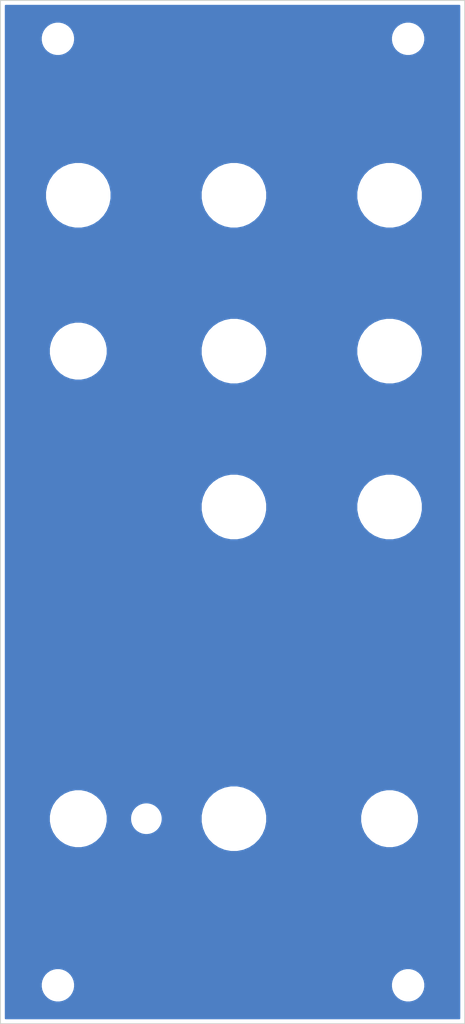
<source format=kicad_pcb>
(kicad_pcb (version 20171130) (host pcbnew 5.1.6-c6e7f7d~86~ubuntu20.04.1)

  (general
    (thickness 1.6)
    (drawings 21)
    (tracks 0)
    (zones 0)
    (modules 16)
    (nets 1)
  )

  (page A4)
  (title_block
    (title Bass++)
    (date 2019-10-17)
    (rev 01)
    (comment 1 "Original design by Thomas Henry")
    (comment 2 "PCB for panel")
    (comment 4 "License CC BY 4.0 - Attribution 4.0 International")
  )

  (layers
    (0 F.Cu signal)
    (31 B.Cu signal)
    (32 B.Adhes user)
    (33 F.Adhes user)
    (34 B.Paste user)
    (35 F.Paste user)
    (36 B.SilkS user)
    (37 F.SilkS user)
    (38 B.Mask user)
    (39 F.Mask user)
    (40 Dwgs.User user)
    (41 Cmts.User user)
    (42 Eco1.User user)
    (43 Eco2.User user)
    (44 Edge.Cuts user)
    (45 Margin user)
    (46 B.CrtYd user)
    (47 F.CrtYd user)
    (48 B.Fab user)
    (49 F.Fab user)
  )

  (setup
    (last_trace_width 0.25)
    (user_trace_width 0.762)
    (trace_clearance 0.2)
    (zone_clearance 0.508)
    (zone_45_only no)
    (trace_min 0.2)
    (via_size 0.8)
    (via_drill 0.4)
    (via_min_size 0.4)
    (via_min_drill 0.3)
    (uvia_size 0.3)
    (uvia_drill 0.1)
    (uvias_allowed no)
    (uvia_min_size 0.2)
    (uvia_min_drill 0.1)
    (edge_width 0.05)
    (segment_width 0.2)
    (pcb_text_width 0.3)
    (pcb_text_size 1.5 1.5)
    (mod_edge_width 0.12)
    (mod_text_size 1 1)
    (mod_text_width 0.15)
    (pad_size 3.2 3.2)
    (pad_drill 3.2)
    (pad_to_mask_clearance 0.051)
    (solder_mask_min_width 0.25)
    (aux_axis_origin 0 0)
    (visible_elements 7FFFFFFF)
    (pcbplotparams
      (layerselection 0x010fc_ffffffff)
      (usegerberextensions false)
      (usegerberattributes false)
      (usegerberadvancedattributes false)
      (creategerberjobfile false)
      (excludeedgelayer true)
      (linewidth 0.100000)
      (plotframeref false)
      (viasonmask false)
      (mode 1)
      (useauxorigin false)
      (hpglpennumber 1)
      (hpglpenspeed 20)
      (hpglpendiameter 15.000000)
      (psnegative false)
      (psa4output false)
      (plotreference true)
      (plotvalue true)
      (plotinvisibletext false)
      (padsonsilk false)
      (subtractmaskfromsilk false)
      (outputformat 1)
      (mirror false)
      (drillshape 0)
      (scaleselection 1)
      (outputdirectory "gerbers"))
  )

  (net 0 "")

  (net_class Default "This is the default net class."
    (clearance 0.2)
    (trace_width 0.25)
    (via_dia 0.8)
    (via_drill 0.4)
    (uvia_dia 0.3)
    (uvia_drill 0.1)
  )

  (module MountingHole:MountingHole_3.2mm_M3 (layer F.Cu) (tedit 56D1B4CB) (tstamp 5DA8C20E)
    (at 78.62 153.8)
    (descr "Mounting Hole 3.2mm, no annular, M3")
    (tags "mounting hole 3.2mm no annular m3")
    (attr virtual)
    (fp_text reference REF** (at 0 -4.2) (layer F.SilkS) hide
      (effects (font (size 1 1) (thickness 0.15)))
    )
    (fp_text value MountingHole_3.2mm_M3 (at 0 4.2) (layer F.Fab) hide
      (effects (font (size 1 1) (thickness 0.15)))
    )
    (fp_text user %R (at 0.3 0) (layer F.Fab) hide
      (effects (font (size 1 1) (thickness 0.15)))
    )
    (fp_circle (center 0 0) (end 3.2 0) (layer Cmts.User) (width 0.15))
    (fp_circle (center 0 0) (end 3.45 0) (layer F.CrtYd) (width 0.05))
    (pad 1 np_thru_hole circle (at 0 0) (size 3.2 3.2) (drill 3.2) (layers *.Cu *.Mask))
  )

  (module MountingHole:MountingHole_3.2mm_M3 (layer F.Cu) (tedit 56D1B4CB) (tstamp 5DA8C1F8)
    (at 32.9 153.8)
    (descr "Mounting Hole 3.2mm, no annular, M3")
    (tags "mounting hole 3.2mm no annular m3")
    (attr virtual)
    (fp_text reference REF** (at 0 -4.2) (layer F.SilkS) hide
      (effects (font (size 1 1) (thickness 0.15)))
    )
    (fp_text value MountingHole_3.2mm_M3 (at 0 4.2) (layer F.Fab) hide
      (effects (font (size 1 1) (thickness 0.15)))
    )
    (fp_text user %R (at 0.3 0) (layer F.Fab) hide
      (effects (font (size 1 1) (thickness 0.15)))
    )
    (fp_circle (center 0 0) (end 3.2 0) (layer Cmts.User) (width 0.15))
    (fp_circle (center 0 0) (end 3.45 0) (layer F.CrtYd) (width 0.05))
    (pad 1 np_thru_hole circle (at 0 0) (size 3.2 3.2) (drill 3.2) (layers *.Cu *.Mask))
  )

  (module MountingHole:MountingHole_3.2mm_M3 (layer F.Cu) (tedit 56D1B4CB) (tstamp 5DA8C1E2)
    (at 78.62 30.4)
    (descr "Mounting Hole 3.2mm, no annular, M3")
    (tags "mounting hole 3.2mm no annular m3")
    (attr virtual)
    (fp_text reference REF** (at 0 -4.2) (layer F.SilkS) hide
      (effects (font (size 1 1) (thickness 0.15)))
    )
    (fp_text value MountingHole_3.2mm_M3 (at 0 4.2) (layer F.Fab) hide
      (effects (font (size 1 1) (thickness 0.15)))
    )
    (fp_text user %R (at 0.3 0) (layer F.Fab) hide
      (effects (font (size 1 1) (thickness 0.15)))
    )
    (fp_circle (center 0 0) (end 3.2 0) (layer Cmts.User) (width 0.15))
    (fp_circle (center 0 0) (end 3.45 0) (layer F.CrtYd) (width 0.05))
    (pad 1 np_thru_hole circle (at 0 0) (size 3.2 3.2) (drill 3.2) (layers *.Cu *.Mask))
  )

  (module MountingHole:MountingHole_3.2mm_M3 (layer F.Cu) (tedit 56D1B4CB) (tstamp 5DA8C1CC)
    (at 32.9 30.4)
    (descr "Mounting Hole 3.2mm, no annular, M3")
    (tags "mounting hole 3.2mm no annular m3")
    (attr virtual)
    (fp_text reference REF** (at 0 -4.2) (layer F.SilkS) hide
      (effects (font (size 1 1) (thickness 0.15)))
    )
    (fp_text value MountingHole_3.2mm_M3 (at 0 4.2) (layer F.Fab) hide
      (effects (font (size 1 1) (thickness 0.15)))
    )
    (fp_text user %R (at 0.3 0) (layer F.Fab) hide
      (effects (font (size 1 1) (thickness 0.15)))
    )
    (fp_circle (center 0 0) (end 3.2 0) (layer Cmts.User) (width 0.15))
    (fp_circle (center 0 0) (end 3.45 0) (layer F.CrtYd) (width 0.05))
    (pad 1 np_thru_hole circle (at 0 0) (size 3.2 3.2) (drill 3.2) (layers *.Cu *.Mask))
  )

  (module elektrophon:LED_Monitor (layer F.Cu) (tedit 5DE4F2C0) (tstamp 5DA4EE4A)
    (at 44.45 132.08)
    (descr "Imported from LED Monitor.svg")
    (tags svg2mod)
    (zone_connect 2)
    (attr smd)
    (fp_text reference svg2mod (at 0 -5.054774) (layer F.SilkS) hide
      (effects (font (size 1.524 1.524) (thickness 0.3048)))
    )
    (fp_text value G*** (at 0 5.054774) (layer F.SilkS) hide
      (effects (font (size 1.524 1.524) (thickness 0.3048)))
    )
    (fp_circle (center 0 0) (end 1 0) (layer B.Mask) (width 2))
    (fp_circle (center 0 0) (end 1 0) (layer F.Mask) (width 2))
  )

  (module elektrophon:panel_jack (layer F.Cu) (tedit 5DA46DDA) (tstamp 5D954750)
    (at 76.2 132.08)
    (descr "Mounting Hole 8.4mm, no annular, M8")
    (tags "mounting hole 8.4mm no annular m8")
    (path /5D6B2132)
    (attr virtual)
    (fp_text reference H12 (at 0 -9.4) (layer F.SilkS) hide
      (effects (font (size 1 1) (thickness 0.15)))
    )
    (fp_text value out (at 0 9.144) (layer F.Mask) hide
      (effects (font (size 2 1.4) (thickness 0.25)))
    )
    (fp_text user %R (at 0.3 0) (layer F.Fab) hide
      (effects (font (size 1 1) (thickness 0.15)))
    )
    (fp_circle (center 0 0) (end 4 0) (layer Cmts.User) (width 0.15))
    (fp_circle (center 0 0) (end 4.2 0) (layer F.CrtYd) (width 0.05))
    (pad "" np_thru_hole circle (at 0 0) (size 6.4 6.4) (drill 6.4) (layers *.Cu *.Mask))
    (model "${KIPRJMOD}/../../../lib/kicad/models/PJ301M-12 Thonkiconn v0.2.stp"
      (offset (xyz 0 0.8 -10.5))
      (scale (xyz 1 1 1))
      (rotate (xyz 0 0 0))
    )
  )

  (module elektrophon:panel_potentiometer (layer F.Cu) (tedit 5EE650CE) (tstamp 5D954748)
    (at 76.2 91.44)
    (descr "Mounting Hole 8.4mm, no annular, M8")
    (tags "mounting hole 8.4mm no annular m8")
    (path /5D6BE698)
    (attr virtual)
    (fp_text reference H11 (at 0 -9.4) (layer F.SilkS) hide
      (effects (font (size 1 1) (thickness 0.15)))
    )
    (fp_text value "impact volume" (at 0 9.144) (layer F.Mask) hide
      (effects (font (size 2 1.4) (thickness 0.25)))
    )
    (fp_text user %R (at 0.3 0) (layer F.Fab) hide
      (effects (font (size 1 1) (thickness 0.15)))
    )
    (fp_circle (center 0 0) (end 6.35 0) (layer Cmts.User) (width 0.15))
    (fp_circle (center 0 0) (end 6.6 0) (layer F.CrtYd) (width 0.05))
    (pad "" np_thru_hole circle (at 0 0) (size 7.4 7.4) (drill 7.4) (layers *.Cu *.Mask))
    (model ${KIPRJMOD}/../../../lib/kicad/models/ALPHA-RD901F-40.step
      (offset (xyz 0 0.5 -12))
      (scale (xyz 1 1 1))
      (rotate (xyz 0 0 0))
    )
  )

  (module elektrophon:panel_potentiometer (layer F.Cu) (tedit 5EE650CE) (tstamp 5D954740)
    (at 76.2 71.12)
    (descr "Mounting Hole 8.4mm, no annular, M8")
    (tags "mounting hole 8.4mm no annular m8")
    (path /5D950E06)
    (attr virtual)
    (fp_text reference H10 (at 0 -9.4) (layer F.SilkS) hide
      (effects (font (size 1 1) (thickness 0.15)))
    )
    (fp_text value pitch (at 0 9.144) (layer F.Mask) hide
      (effects (font (size 2 1.4) (thickness 0.25)))
    )
    (fp_text user %R (at 0.3 0) (layer F.Fab) hide
      (effects (font (size 1 1) (thickness 0.15)))
    )
    (fp_circle (center 0 0) (end 6.35 0) (layer Cmts.User) (width 0.15))
    (fp_circle (center 0 0) (end 6.6 0) (layer F.CrtYd) (width 0.05))
    (pad "" np_thru_hole circle (at 0 0) (size 7.4 7.4) (drill 7.4) (layers *.Cu *.Mask))
    (model ${KIPRJMOD}/../../../lib/kicad/models/ALPHA-RD901F-40.step
      (offset (xyz 0 0.5 -12))
      (scale (xyz 1 1 1))
      (rotate (xyz 0 0 0))
    )
  )

  (module elektrophon:panel_potentiometer (layer F.Cu) (tedit 5EE650CE) (tstamp 5D954738)
    (at 76.2 50.8)
    (descr "Mounting Hole 8.4mm, no annular, M8")
    (tags "mounting hole 8.4mm no annular m8")
    (path /5D6B930A)
    (attr virtual)
    (fp_text reference H9 (at 0 -9.4) (layer F.SilkS) hide
      (effects (font (size 1 1) (thickness 0.15)))
    )
    (fp_text value "shell volume" (at 0 9.144) (layer F.Mask) hide
      (effects (font (size 2 1.4) (thickness 0.25)))
    )
    (fp_text user %R (at 0.3 0) (layer F.Fab) hide
      (effects (font (size 1 1) (thickness 0.15)))
    )
    (fp_circle (center 0 0) (end 6.35 0) (layer Cmts.User) (width 0.15))
    (fp_circle (center 0 0) (end 6.6 0) (layer F.CrtYd) (width 0.05))
    (pad "" np_thru_hole circle (at 0 0) (size 7.4 7.4) (drill 7.4) (layers *.Cu *.Mask))
    (model ${KIPRJMOD}/../../../lib/kicad/models/ALPHA-RD901F-40.step
      (offset (xyz 0 0.5 -12))
      (scale (xyz 1 1 1))
      (rotate (xyz 0 0 0))
    )
  )

  (module elektrophon:panel_potentiometer (layer F.Cu) (tedit 5EE650CE) (tstamp 5D95472A)
    (at 55.88 132.08)
    (descr "Mounting Hole 8.4mm, no annular, M8")
    (tags "mounting hole 8.4mm no annular m8")
    (path /5D6B92F8)
    (attr virtual)
    (fp_text reference H7 (at 0 -9.4) (layer F.SilkS) hide
      (effects (font (size 1 1) (thickness 0.15)))
    )
    (fp_text value sensitivity (at 0 9.144) (layer F.Mask) hide
      (effects (font (size 2 1.4) (thickness 0.25)))
    )
    (fp_text user %R (at 0.3 0) (layer F.Fab) hide
      (effects (font (size 1 1) (thickness 0.15)))
    )
    (fp_circle (center 0 0) (end 6.35 0) (layer Cmts.User) (width 0.15))
    (fp_circle (center 0 0) (end 6.6 0) (layer F.CrtYd) (width 0.05))
    (pad "" np_thru_hole circle (at 0 0) (size 7.4 7.4) (drill 7.4) (layers *.Cu *.Mask))
    (model ${KIPRJMOD}/../../../lib/kicad/models/ALPHA-RD901F-40.step
      (offset (xyz 0 0.5 -12))
      (scale (xyz 1 1 1))
      (rotate (xyz 0 0 0))
    )
  )

  (module elektrophon:panel_potentiometer (layer F.Cu) (tedit 5EE650CE) (tstamp 5D954722)
    (at 55.88 91.44)
    (descr "Mounting Hole 8.4mm, no annular, M8")
    (tags "mounting hole 8.4mm no annular m8")
    (path /5D6BE446)
    (attr virtual)
    (fp_text reference H6 (at 0 -9.4) (layer F.SilkS) hide
      (effects (font (size 1 1) (thickness 0.15)))
    )
    (fp_text value "impact tone" (at 0 9.144) (layer F.Mask) hide
      (effects (font (size 2 1.4) (thickness 0.25)))
    )
    (fp_text user %R (at 0.3 0) (layer F.Fab) hide
      (effects (font (size 1 1) (thickness 0.15)))
    )
    (fp_circle (center 0 0) (end 6.35 0) (layer Cmts.User) (width 0.15))
    (fp_circle (center 0 0) (end 6.6 0) (layer F.CrtYd) (width 0.05))
    (pad "" np_thru_hole circle (at 0 0) (size 7.4 7.4) (drill 7.4) (layers *.Cu *.Mask))
    (model ${KIPRJMOD}/../../../lib/kicad/models/ALPHA-RD901F-40.step
      (offset (xyz 0 0.5 -12))
      (scale (xyz 1 1 1))
      (rotate (xyz 0 0 0))
    )
  )

  (module elektrophon:panel_potentiometer (layer F.Cu) (tedit 5EE650CE) (tstamp 5D95471A)
    (at 55.88 71.12)
    (descr "Mounting Hole 8.4mm, no annular, M8")
    (tags "mounting hole 8.4mm no annular m8")
    (path /5D6B9304)
    (attr virtual)
    (fp_text reference H5 (at 0 -9.4) (layer F.SilkS) hide
      (effects (font (size 1 1) (thickness 0.15)))
    )
    (fp_text value range (at 0 9.144) (layer F.Mask) hide
      (effects (font (size 2 1.4) (thickness 0.25)))
    )
    (fp_text user %R (at 0.3 0) (layer F.Fab) hide
      (effects (font (size 1 1) (thickness 0.15)))
    )
    (fp_circle (center 0 0) (end 6.35 0) (layer Cmts.User) (width 0.15))
    (fp_circle (center 0 0) (end 6.6 0) (layer F.CrtYd) (width 0.05))
    (pad "" np_thru_hole circle (at 0 0) (size 7.4 7.4) (drill 7.4) (layers *.Cu *.Mask))
    (model ${KIPRJMOD}/../../../lib/kicad/models/ALPHA-RD901F-40.step
      (offset (xyz 0 0.5 -12))
      (scale (xyz 1 1 1))
      (rotate (xyz 0 0 0))
    )
  )

  (module elektrophon:panel_potentiometer (layer F.Cu) (tedit 5EE650CE) (tstamp 5D954712)
    (at 55.88 50.8)
    (descr "Mounting Hole 8.4mm, no annular, M8")
    (tags "mounting hole 8.4mm no annular m8")
    (path /5D6B255D)
    (attr virtual)
    (fp_text reference H4 (at 0 -9.4) (layer F.SilkS) hide
      (effects (font (size 1 1) (thickness 0.15)))
    )
    (fp_text value sweep (at 0 9.144) (layer F.Mask) hide
      (effects (font (size 2 1.4) (thickness 0.25)))
    )
    (fp_text user %R (at 0.3 0) (layer F.Fab) hide
      (effects (font (size 1 1) (thickness 0.15)))
    )
    (fp_circle (center 0 0) (end 6.35 0) (layer Cmts.User) (width 0.15))
    (fp_circle (center 0 0) (end 6.6 0) (layer F.CrtYd) (width 0.05))
    (pad "" np_thru_hole circle (at 0 0) (size 7.4 7.4) (drill 7.4) (layers *.Cu *.Mask))
    (model ${KIPRJMOD}/../../../lib/kicad/models/ALPHA-RD901F-40.step
      (offset (xyz 0 0.5 -12))
      (scale (xyz 1 1 1))
      (rotate (xyz 0 0 0))
    )
  )

  (module elektrophon:panel_potentiometer (layer F.Cu) (tedit 5EE650CE) (tstamp 5D95470A)
    (at 35.56 50.8)
    (descr "Mounting Hole 8.4mm, no annular, M8")
    (tags "mounting hole 8.4mm no annular m8")
    (path /5D6B7DC0)
    (attr virtual)
    (fp_text reference H3 (at 0 -9.4) (layer F.SilkS) hide
      (effects (font (size 1 1) (thickness 0.15)))
    )
    (fp_text value decay (at 0 9.144) (layer F.Mask) hide
      (effects (font (size 2 1.4) (thickness 0.25)))
    )
    (fp_text user %R (at 0.3 0) (layer F.Fab) hide
      (effects (font (size 1 1) (thickness 0.15)))
    )
    (fp_circle (center 0 0) (end 6.35 0) (layer Cmts.User) (width 0.15))
    (fp_circle (center 0 0) (end 6.6 0) (layer F.CrtYd) (width 0.05))
    (pad "" np_thru_hole circle (at 0 0) (size 7.4 7.4) (drill 7.4) (layers *.Cu *.Mask))
    (model ${KIPRJMOD}/../../../lib/kicad/models/ALPHA-RD901F-40.step
      (offset (xyz 0 0.5 -12))
      (scale (xyz 1 1 1))
      (rotate (xyz 0 0 0))
    )
  )

  (module elektrophon:panel_jack (layer F.Cu) (tedit 5DA46DDA) (tstamp 5D954702)
    (at 35.56 132.08)
    (descr "Mounting Hole 8.4mm, no annular, M8")
    (tags "mounting hole 8.4mm no annular m8")
    (path /5D6B7A0D)
    (attr virtual)
    (fp_text reference H2 (at 0 -9.4) (layer F.SilkS) hide
      (effects (font (size 1 1) (thickness 0.15)))
    )
    (fp_text value trigger (at 0 9.144) (layer F.Mask) hide
      (effects (font (size 2 1.4) (thickness 0.25)))
    )
    (fp_text user %R (at 0.3 0) (layer F.Fab) hide
      (effects (font (size 1 1) (thickness 0.15)))
    )
    (fp_circle (center 0 0) (end 4 0) (layer Cmts.User) (width 0.15))
    (fp_circle (center 0 0) (end 4.2 0) (layer F.CrtYd) (width 0.05))
    (pad "" np_thru_hole circle (at 0 0) (size 6.4 6.4) (drill 6.4) (layers *.Cu *.Mask))
    (model "${KIPRJMOD}/../../../lib/kicad/models/PJ301M-12 Thonkiconn v0.2.stp"
      (offset (xyz 0 0.8 -10.5))
      (scale (xyz 1 1 1))
      (rotate (xyz 0 0 0))
    )
  )

  (module elektrophon:panel_jack (layer F.Cu) (tedit 5DA46DDA) (tstamp 5D9546FA)
    (at 35.56 71.12)
    (descr "Mounting Hole 8.4mm, no annular, M8")
    (tags "mounting hole 8.4mm no annular m8")
    (path /5D6B818F)
    (attr virtual)
    (fp_text reference H1 (at 0 -9.4) (layer F.SilkS) hide
      (effects (font (size 1 1) (thickness 0.15)))
    )
    (fp_text value cv (at 0 9.144) (layer F.Mask) hide
      (effects (font (size 2 1.4) (thickness 0.25)))
    )
    (fp_text user %R (at 0.3 0) (layer F.Fab) hide
      (effects (font (size 1 1) (thickness 0.15)))
    )
    (fp_circle (center 0 0) (end 4 0) (layer Cmts.User) (width 0.15))
    (fp_circle (center 0 0) (end 4.2 0) (layer F.CrtYd) (width 0.05))
    (pad "" np_thru_hole circle (at 0 0) (size 6.4 6.4) (drill 6.4) (layers *.Cu *.Mask))
    (model "${KIPRJMOD}/../../../lib/kicad/models/PJ301M-12 Thonkiconn v0.2.stp"
      (offset (xyz 0 0.8 -10.5))
      (scale (xyz 1 1 1))
      (rotate (xyz 0 0 0))
    )
  )

  (gr_line (start 76.2 91.44) (end 55.88 91.44) (layer F.Mask) (width 0.12) (tstamp 5DA8BAB7))
  (gr_text out (at 76.2 141.23) (layer F.Mask) (tstamp 5DA4A364)
    (effects (font (size 2 1.4) (thickness 0.25)))
  )
  (gr_text sens (at 55.88 141.23) (layer F.Mask) (tstamp 5DA4A364)
    (effects (font (size 2 1.4) (thickness 0.25)))
  )
  (gr_text gate (at 35.56 141.23) (layer F.Mask) (tstamp 5DA4A364)
    (effects (font (size 2 1.4) (thickness 0.25)))
  )
  (gr_text impact (at 55.88 100.59) (layer F.Mask) (tstamp 5DA4A364)
    (effects (font (size 2 1.4) (thickness 0.25)))
  )
  (gr_text vol (at 76.2 100.59) (layer F.Mask) (tstamp 5DA4A364)
    (effects (font (size 2 1.4) (thickness 0.25)))
  )
  (gr_text pitch (at 76.2 80.27) (layer F.Mask) (tstamp 5DA4A364)
    (effects (font (size 2 1.4) (thickness 0.25)))
  )
  (gr_text range (at 55.88 80.27) (layer F.Mask) (tstamp 5DA4A364)
    (effects (font (size 2 1.4) (thickness 0.25)))
  )
  (gr_text cv (at 35.56 80.27) (layer F.Mask) (tstamp 5DA4A364)
    (effects (font (size 2 1.4) (thickness 0.25)))
  )
  (gr_text vol (at 76.2 59.95) (layer F.Mask) (tstamp 5DA4A364)
    (effects (font (size 2 1.4) (thickness 0.25)))
  )
  (gr_text sweep (at 55.88 59.95) (layer F.Mask) (tstamp 5DA4A364)
    (effects (font (size 2 1.4) (thickness 0.25)))
  )
  (gr_text decay (at 35.56 59.95) (layer F.Mask)
    (effects (font (size 2 1.4) (thickness 0.25)))
  )
  (gr_line (start 35.56 132.08) (end 55.88 132.08) (layer F.Mask) (width 0.12))
  (gr_line (start 76.2 71.12) (end 35.56 71.12) (layer F.Mask) (width 0.12))
  (gr_line (start 35.56 50.8) (end 76.2 50.8) (layer F.Mask) (width 0.12))
  (gr_text R01 (at 70.104 153.924) (layer F.Cu)
    (effects (font (size 2 1.4) (thickness 0.25)))
  )
  (gr_text bass++ (at 55.7 30.48) (layer F.Mask)
    (effects (font (size 3 3) (thickness 0.35)))
  )
  (gr_line (start 86 158.8) (end 25.4 158.8) (layer Edge.Cuts) (width 0.12))
  (gr_line (start 86 25.4) (end 86 158.8) (layer Edge.Cuts) (width 0.12))
  (gr_line (start 25.4 25.4) (end 25.4 158.8) (layer Edge.Cuts) (width 0.12))
  (gr_line (start 25.4 25.4) (end 86 25.4) (layer Edge.Cuts) (width 0.12))

  (zone (net 0) (net_name "") (layer B.Cu) (tstamp 5DAC7900) (hatch edge 0.508)
    (connect_pads (clearance 0.508))
    (min_thickness 0.254)
    (fill yes (arc_segments 32) (thermal_gap 0.508) (thermal_bridge_width 0.508))
    (polygon
      (pts
        (xy 25.42 25.42) (xy 85.99 25.39) (xy 86.02 158.78) (xy 25.42 158.85)
      )
    )
    (filled_polygon
      (pts
        (xy 85.305001 158.105) (xy 26.095 158.105) (xy 26.095 153.579872) (xy 30.665 153.579872) (xy 30.665 154.020128)
        (xy 30.75089 154.451925) (xy 30.919369 154.858669) (xy 31.163962 155.224729) (xy 31.475271 155.536038) (xy 31.841331 155.780631)
        (xy 32.248075 155.94911) (xy 32.679872 156.035) (xy 33.120128 156.035) (xy 33.551925 155.94911) (xy 33.958669 155.780631)
        (xy 34.324729 155.536038) (xy 34.636038 155.224729) (xy 34.880631 154.858669) (xy 35.04911 154.451925) (xy 35.135 154.020128)
        (xy 35.135 153.579872) (xy 76.385 153.579872) (xy 76.385 154.020128) (xy 76.47089 154.451925) (xy 76.639369 154.858669)
        (xy 76.883962 155.224729) (xy 77.195271 155.536038) (xy 77.561331 155.780631) (xy 77.968075 155.94911) (xy 78.399872 156.035)
        (xy 78.840128 156.035) (xy 79.271925 155.94911) (xy 79.678669 155.780631) (xy 80.044729 155.536038) (xy 80.356038 155.224729)
        (xy 80.600631 154.858669) (xy 80.76911 154.451925) (xy 80.855 154.020128) (xy 80.855 153.579872) (xy 80.76911 153.148075)
        (xy 80.600631 152.741331) (xy 80.356038 152.375271) (xy 80.044729 152.063962) (xy 79.678669 151.819369) (xy 79.271925 151.65089)
        (xy 78.840128 151.565) (xy 78.399872 151.565) (xy 77.968075 151.65089) (xy 77.561331 151.819369) (xy 77.195271 152.063962)
        (xy 76.883962 152.375271) (xy 76.639369 152.741331) (xy 76.47089 153.148075) (xy 76.385 153.579872) (xy 35.135 153.579872)
        (xy 35.04911 153.148075) (xy 34.880631 152.741331) (xy 34.636038 152.375271) (xy 34.324729 152.063962) (xy 33.958669 151.819369)
        (xy 33.551925 151.65089) (xy 33.120128 151.565) (xy 32.679872 151.565) (xy 32.248075 151.65089) (xy 31.841331 151.819369)
        (xy 31.475271 152.063962) (xy 31.163962 152.375271) (xy 30.919369 152.741331) (xy 30.75089 153.148075) (xy 30.665 153.579872)
        (xy 26.095 153.579872) (xy 26.095 131.702285) (xy 31.725 131.702285) (xy 31.725 132.457715) (xy 31.872377 133.198628)
        (xy 32.161467 133.896554) (xy 32.581161 134.52467) (xy 33.11533 135.058839) (xy 33.743446 135.478533) (xy 34.441372 135.767623)
        (xy 35.182285 135.915) (xy 35.937715 135.915) (xy 36.678628 135.767623) (xy 37.376554 135.478533) (xy 38.00467 135.058839)
        (xy 38.538839 134.52467) (xy 38.958533 133.896554) (xy 39.247623 133.198628) (xy 39.395 132.457715) (xy 39.395 132.076313)
        (xy 42.32301 132.076313) (xy 42.32381 132.139313) (xy 42.323926 132.143348) (xy 42.326726 132.206248) (xy 42.326969 132.210279)
        (xy 42.331769 132.273079) (xy 42.33214 132.277093) (xy 42.33894 132.339793) (xy 42.339417 132.343637) (xy 42.348117 132.406037)
        (xy 42.348744 132.410065) (xy 42.359444 132.472165) (xy 42.360208 132.476204) (xy 42.372908 132.537904) (xy 42.373756 132.541725)
        (xy 42.388356 132.603025) (xy 42.389333 132.606862) (xy 42.405833 132.667662) (xy 42.406946 132.671522) (xy 42.425346 132.731722)
        (xy 42.426561 132.735485) (xy 42.446861 132.795185) (xy 42.448261 132.799092) (xy 42.470461 132.857992) (xy 42.471862 132.861545)
        (xy 42.495862 132.919845) (xy 42.497429 132.923491) (xy 42.523229 132.980991) (xy 42.525028 132.984827) (xy 42.552728 133.041427)
        (xy 42.554485 133.044883) (xy 42.583885 133.100583) (xy 42.585748 133.103984) (xy 42.616848 133.158784) (xy 42.619008 133.162446)
        (xy 42.651908 133.216146) (xy 42.653944 133.21936) (xy 42.688444 133.27206) (xy 42.690733 133.275438) (xy 42.726933 133.327038)
        (xy 42.7293 133.3303) (xy 42.7671 133.3807) (xy 42.769471 133.383762) (xy 42.808771 133.432962) (xy 42.811418 133.436168)
        (xy 42.852318 133.484068) (xy 42.854873 133.486969) (xy 42.897273 133.533669) (xy 42.900096 133.536679) (xy 42.943896 133.581879)
        (xy 42.946617 133.584603) (xy 42.991817 133.628503) (xy 42.99483 133.631336) (xy 43.04143 133.673736) (xy 43.044432 133.676382)
        (xy 43.092332 133.717282) (xy 43.095415 133.719831) (xy 43.144615 133.759231) (xy 43.147671 133.761603) (xy 43.198071 133.799503)
        (xy 43.201367 133.8019) (xy 43.252867 133.8381) (xy 43.256199 133.840364) (xy 43.308899 133.874964) (xy 43.312254 133.877092)
        (xy 43.365954 133.909992) (xy 43.369377 133.912016) (xy 43.424077 133.943216) (xy 43.42756 133.945131) (xy 43.48326 133.974631)
        (xy 43.486873 133.976472) (xy 43.543473 134.004172) (xy 43.547066 134.005861) (xy 43.604466 134.031761) (xy 43.608355 134.033438)
        (xy 43.666655 134.057438) (xy 43.670032 134.058772) (xy 43.728932 134.081072) (xy 43.732953 134.082518) (xy 43.792553 134.102818)
        (xy 43.79625 134.104014) (xy 43.85655 134.122514) (xy 43.86035 134.123616) (xy 43.92115 134.140216) (xy 43.92513 134.141233)
        (xy 43.98633 134.155833) (xy 43.990236 134.1567) (xy 44.052036 134.1694) (xy 44.055806 134.170116) (xy 44.117806 134.180916)
        (xy 44.121865 134.181556) (xy 44.184265 134.190356) (xy 44.188307 134.19086) (xy 44.251007 134.19766) (xy 44.255021 134.198031)
        (xy 44.317821 134.202831) (xy 44.321651 134.203065) (xy 44.384551 134.205965) (xy 44.388586 134.206087) (xy 44.451586 134.206987)
        (xy 44.4674 134.20553) (xy 44.48553 134.206736) (xy 44.54853 134.204736) (xy 44.55256 134.204544) (xy 44.61546 134.200544)
        (xy 44.619298 134.200241) (xy 44.681998 134.194341) (xy 44.686224 134.193872) (xy 44.748724 134.185872) (xy 44.752366 134.185352)
        (xy 44.814566 134.175552) (xy 44.818776 134.174816) (xy 44.880676 134.162916) (xy 44.884506 134.162119) (xy 44.946006 134.148319)
        (xy 44.949855 134.147392) (xy 45.010855 134.131692) (xy 45.014675 134.130645) (xy 45.075175 134.113045) (xy 45.079013 134.111862)
        (xy 45.138913 134.092362) (xy 45.142775 134.091036) (xy 45.201975 134.069636) (xy 45.205723 134.068214) (xy 45.264323 134.044914)
        (xy 45.267987 134.04339) (xy 45.325787 134.01829) (xy 45.329402 134.016653) (xy 45.386402 133.989753) (xy 45.389964 133.988003)
        (xy 45.445964 133.959403) (xy 45.44962 133.95746) (xy 45.50482 133.92696) (xy 45.508117 133.925073) (xy 45.562317 133.892973)
        (xy 45.56594 133.890745) (xy 45.61904 133.856845) (xy 45.622213 133.854752) (xy 45.674313 133.819252) (xy 45.677606 133.816931)
        (xy 45.728506 133.779831) (xy 45.731726 133.777404) (xy 45.781426 133.738704) (xy 45.784445 133.736279) (xy 45.832945 133.696079)
        (xy 45.836099 133.693376) (xy 45.883299 133.651576) (xy 45.886242 133.648887) (xy 45.932042 133.605687) (xy 45.935004 133.6028)
        (xy 45.979404 133.5581) (xy 45.981976 133.555434) (xy 46.025076 133.509434) (xy 46.027952 133.506259) (xy 46.069452 133.458859)
        (xy 46.071859 133.456027) (xy 46.111959 133.407427) (xy 46.114551 133.404179) (xy 46.153051 133.354279) (xy 46.155392 133.351146)
        (xy 46.192292 133.300146) (xy 46.194759 133.296611) (xy 46.229959 133.244311) (xy 46.231977 133.241217) (xy 46.265577 133.188017)
        (xy 46.267666 133.184592) (xy 46.299666 133.130192) (xy 46.301747 133.126515) (xy 46.331847 133.071215) (xy 46.333568 133.06794)
        (xy 46.362068 133.01174) (xy 46.363921 133.007929) (xy 46.390521 132.950829) (xy 46.392069 132.947374) (xy 46.416969 132.889474)
        (xy 46.41852 132.8857) (xy 46.44152 132.8271) (xy 46.442974 132.82321) (xy 46.464074 132.76381) (xy 46.465299 132.760189)
        (xy 46.484599 132.700189) (xy 46.485806 132.696216) (xy 46.503106 132.635716) (xy 46.504101 132.632028) (xy 46.519601 132.570928)
        (xy 46.520556 132.566888) (xy 46.534056 132.505288) (xy 46.534863 132.501298) (xy 46.546363 132.439398) (xy 46.546988 132.435738)
        (xy 46.556688 132.373438) (xy 46.557271 132.36923) (xy 46.564871 132.30673) (xy 46.565278 132.302898) (xy 46.570978 132.240198)
        (xy 46.571281 132.236158) (xy 46.574981 132.173258) (xy 46.575154 132.169226) (xy 46.576854 132.106226) (xy 46.576899 132.102195)
        (xy 46.576599 132.039195) (xy 46.576515 132.035167) (xy 46.574215 131.972167) (xy 46.574018 131.968339) (xy 46.569818 131.905439)
        (xy 46.569482 131.901383) (xy 46.563282 131.838783) (xy 46.562821 131.834779) (xy 46.554621 131.772279) (xy 46.554026 131.768248)
        (xy 46.543826 131.706048) (xy 46.543134 131.702198) (xy 46.53351 131.65304) (xy 51.545 131.65304) (xy 51.545 132.50696)
        (xy 51.711592 133.344473) (xy 52.038373 134.133392) (xy 52.512786 134.843401) (xy 53.116599 135.447214) (xy 53.826608 135.921627)
        (xy 54.615527 136.248408) (xy 55.45304 136.415) (xy 56.30696 136.415) (xy 57.144473 136.248408) (xy 57.933392 135.921627)
        (xy 58.643401 135.447214) (xy 59.247214 134.843401) (xy 59.721627 134.133392) (xy 60.048408 133.344473) (xy 60.215 132.50696)
        (xy 60.215 131.702285) (xy 72.365 131.702285) (xy 72.365 132.457715) (xy 72.512377 133.198628) (xy 72.801467 133.896554)
        (xy 73.221161 134.52467) (xy 73.75533 135.058839) (xy 74.383446 135.478533) (xy 75.081372 135.767623) (xy 75.822285 135.915)
        (xy 76.577715 135.915) (xy 77.318628 135.767623) (xy 78.016554 135.478533) (xy 78.64467 135.058839) (xy 79.178839 134.52467)
        (xy 79.598533 133.896554) (xy 79.887623 133.198628) (xy 80.035 132.457715) (xy 80.035 131.702285) (xy 79.887623 130.961372)
        (xy 79.598533 130.263446) (xy 79.178839 129.63533) (xy 78.64467 129.101161) (xy 78.016554 128.681467) (xy 77.318628 128.392377)
        (xy 76.577715 128.245) (xy 75.822285 128.245) (xy 75.081372 128.392377) (xy 74.383446 128.681467) (xy 73.75533 129.101161)
        (xy 73.221161 129.63533) (xy 72.801467 130.263446) (xy 72.512377 130.961372) (xy 72.365 131.702285) (xy 60.215 131.702285)
        (xy 60.215 131.65304) (xy 60.048408 130.815527) (xy 59.721627 130.026608) (xy 59.247214 129.316599) (xy 58.643401 128.712786)
        (xy 57.933392 128.238373) (xy 57.144473 127.911592) (xy 56.30696 127.745) (xy 55.45304 127.745) (xy 54.615527 127.911592)
        (xy 53.826608 128.238373) (xy 53.116599 128.712786) (xy 52.512786 129.316599) (xy 52.038373 130.026608) (xy 51.711592 130.815527)
        (xy 51.545 131.65304) (xy 46.53351 131.65304) (xy 46.531034 131.640398) (xy 46.530222 131.636567) (xy 46.516222 131.575167)
        (xy 46.515245 131.571178) (xy 46.499245 131.510178) (xy 46.498165 131.506314) (xy 46.480265 131.445914) (xy 46.479063 131.442081)
        (xy 46.459263 131.382281) (xy 46.458007 131.378669) (xy 46.436407 131.319469) (xy 46.434919 131.31559) (xy 46.411419 131.25719)
        (xy 46.409836 131.253432) (xy 46.384436 131.195732) (xy 46.38286 131.192291) (xy 46.35576 131.135391) (xy 46.353915 131.131675)
        (xy 46.325015 131.075775) (xy 46.323142 131.072287) (xy 46.292442 131.017187) (xy 46.290402 131.013659) (xy 46.258002 130.959659)
        (xy 46.255903 130.956283) (xy 46.221803 130.903283) (xy 46.219636 130.900025) (xy 46.183936 130.848125) (xy 46.181669 130.844936)
        (xy 46.144369 130.794136) (xy 46.141757 130.790703) (xy 46.102757 130.741203) (xy 46.100415 130.738318) (xy 46.060015 130.690018)
        (xy 46.057298 130.686876) (xy 46.015298 130.639876) (xy 46.012594 130.636944) (xy 45.969194 130.591344) (xy 45.966396 130.588495)
        (xy 45.921496 130.544195) (xy 45.918609 130.541435) (xy 45.872409 130.498635) (xy 45.869544 130.496061) (xy 45.822044 130.454661)
        (xy 45.818867 130.451982) (xy 45.770067 130.412182) (xy 45.766931 130.409705) (xy 45.716831 130.371405) (xy 45.713555 130.368983)
        (xy 45.662355 130.332383) (xy 45.659179 130.330185) (xy 45.606779 130.295085) (xy 45.603446 130.292927) (xy 45.550046 130.259527)
        (xy 45.546403 130.257332) (xy 45.491903 130.225732) (xy 45.488675 130.223923) (xy 45.433275 130.193923) (xy 45.429677 130.192048)
        (xy 45.373377 130.163848) (xy 45.369644 130.162054) (xy 45.312344 130.135654) (xy 45.308618 130.134009) (xy 45.250618 130.109509)
        (xy 45.247182 130.108116) (xy 45.188482 130.085316) (xy 45.184589 130.083877) (xy 45.125089 130.062977) (xy 45.12134 130.061726)
        (xy 45.06134 130.042726) (xy 45.057437 130.041558) (xy 44.996737 130.024458) (xy 44.99277 130.023409) (xy 44.93167 130.008309)
        (xy 44.928003 130.007461) (xy 44.866403 129.994161) (xy 44.862372 129.993358) (xy 44.800372 129.982058) (xy 44.796351 129.981392)
        (xy 44.734051 129.972092) (xy 44.730209 129.971578) (xy 44.667609 129.964178) (xy 44.66358 129.963767) (xy 44.60078 129.958367)
        (xy 44.596755 129.958085) (xy 44.533855 129.954685) (xy 44.530023 129.954536) (xy 44.467023 129.953036) (xy 44.462791 129.953006)
        (xy 44.399791 129.953606) (xy 44.395956 129.9537) (xy 44.333056 129.9562) (xy 44.329023 129.956425) (xy 44.266223 129.960925)
        (xy 44.262204 129.961277) (xy 44.199504 129.967777) (xy 44.195459 129.968262) (xy 44.133059 129.976762) (xy 44.129256 129.977339)
        (xy 44.067056 129.987739) (xy 44.063016 129.988482) (xy 44.001216 130.000882) (xy 43.997348 130.001721) (xy 43.936048 130.016021)
        (xy 43.932064 130.017018) (xy 43.871164 130.033318) (xy 43.867488 130.034362) (xy 43.807188 130.052462) (xy 43.803237 130.053718)
        (xy 43.743437 130.073818) (xy 43.739706 130.075138) (xy 43.680706 130.097038) (xy 43.677143 130.098421) (xy 43.618743 130.122121)
        (xy 43.614846 130.123779) (xy 43.557346 130.149379) (xy 43.553821 130.151014) (xy 43.497021 130.178414) (xy 43.493316 130.180276)
        (xy 43.437516 130.209476) (xy 43.434108 130.211326) (xy 43.379208 130.242226) (xy 43.375774 130.24423) (xy 43.321874 130.27683)
        (xy 43.318507 130.278939) (xy 43.265607 130.313239) (xy 43.262128 130.315578) (xy 43.210428 130.351578) (xy 43.207382 130.353766)
        (xy 43.156782 130.391266) (xy 43.153457 130.393816) (xy 43.104057 130.433016) (xy 43.100965 130.43555) (xy 43.052865 130.47625)
        (xy 43.049964 130.478782) (xy 43.003164 130.520882) (xy 43.000027 130.523801) (xy 42.954627 130.567501) (xy 42.951995 130.570109)
        (xy 42.907895 130.615109) (xy 42.905048 130.61811) (xy 42.862448 130.66451) (xy 42.859888 130.667385) (xy 42.818688 130.715085)
        (xy 42.816024 130.718273) (xy 42.776424 130.767273) (xy 42.77394 130.770449) (xy 42.73594 130.820649) (xy 42.733652 130.823769)
        (xy 42.697152 130.875169) (xy 42.694844 130.878533) (xy 42.660044 130.931033) (xy 42.657843 130.934471) (xy 42.624743 130.988071)
        (xy 42.622794 130.991335) (xy 42.591294 131.045935) (xy 42.58928 131.049562) (xy 42.55958 131.105162) (xy 42.557767 131.108689)
        (xy 42.529867 131.165089) (xy 42.528201 131.168589) (xy 42.502001 131.225889) (xy 42.500305 131.229768) (xy 42.476005 131.287968)
        (xy 42.474587 131.291512) (xy 42.452087 131.350312) (xy 42.450689 131.35415) (xy 42.430089 131.41365) (xy 42.428874 131.417342)
        (xy 42.410074 131.477542) (xy 42.408902 131.481524) (xy 42.392102 131.542224) (xy 42.391104 131.546058) (xy 42.376204 131.607258)
        (xy 42.375328 131.611116) (xy 42.362328 131.672816) (xy 42.361553 131.676814) (xy 42.350553 131.738814) (xy 42.349929 131.742673)
        (xy 42.340829 131.805073) (xy 42.340309 131.809088) (xy 42.333209 131.871688) (xy 42.332817 131.87572) (xy 42.327717 131.93852)
        (xy 42.327454 131.942548) (xy 42.324354 132.005448) (xy 42.324223 132.009281) (xy 42.323023 132.072281) (xy 42.32301 132.076313)
        (xy 39.395 132.076313) (xy 39.395 131.702285) (xy 39.247623 130.961372) (xy 38.958533 130.263446) (xy 38.538839 129.63533)
        (xy 38.00467 129.101161) (xy 37.376554 128.681467) (xy 36.678628 128.392377) (xy 35.937715 128.245) (xy 35.182285 128.245)
        (xy 34.441372 128.392377) (xy 33.743446 128.681467) (xy 33.11533 129.101161) (xy 32.581161 129.63533) (xy 32.161467 130.263446)
        (xy 31.872377 130.961372) (xy 31.725 131.702285) (xy 26.095 131.702285) (xy 26.095 91.01304) (xy 51.545 91.01304)
        (xy 51.545 91.86696) (xy 51.711592 92.704473) (xy 52.038373 93.493392) (xy 52.512786 94.203401) (xy 53.116599 94.807214)
        (xy 53.826608 95.281627) (xy 54.615527 95.608408) (xy 55.45304 95.775) (xy 56.30696 95.775) (xy 57.144473 95.608408)
        (xy 57.933392 95.281627) (xy 58.643401 94.807214) (xy 59.247214 94.203401) (xy 59.721627 93.493392) (xy 60.048408 92.704473)
        (xy 60.215 91.86696) (xy 60.215 91.01304) (xy 71.865 91.01304) (xy 71.865 91.86696) (xy 72.031592 92.704473)
        (xy 72.358373 93.493392) (xy 72.832786 94.203401) (xy 73.436599 94.807214) (xy 74.146608 95.281627) (xy 74.935527 95.608408)
        (xy 75.77304 95.775) (xy 76.62696 95.775) (xy 77.464473 95.608408) (xy 78.253392 95.281627) (xy 78.963401 94.807214)
        (xy 79.567214 94.203401) (xy 80.041627 93.493392) (xy 80.368408 92.704473) (xy 80.535 91.86696) (xy 80.535 91.01304)
        (xy 80.368408 90.175527) (xy 80.041627 89.386608) (xy 79.567214 88.676599) (xy 78.963401 88.072786) (xy 78.253392 87.598373)
        (xy 77.464473 87.271592) (xy 76.62696 87.105) (xy 75.77304 87.105) (xy 74.935527 87.271592) (xy 74.146608 87.598373)
        (xy 73.436599 88.072786) (xy 72.832786 88.676599) (xy 72.358373 89.386608) (xy 72.031592 90.175527) (xy 71.865 91.01304)
        (xy 60.215 91.01304) (xy 60.048408 90.175527) (xy 59.721627 89.386608) (xy 59.247214 88.676599) (xy 58.643401 88.072786)
        (xy 57.933392 87.598373) (xy 57.144473 87.271592) (xy 56.30696 87.105) (xy 55.45304 87.105) (xy 54.615527 87.271592)
        (xy 53.826608 87.598373) (xy 53.116599 88.072786) (xy 52.512786 88.676599) (xy 52.038373 89.386608) (xy 51.711592 90.175527)
        (xy 51.545 91.01304) (xy 26.095 91.01304) (xy 26.095 70.742285) (xy 31.725 70.742285) (xy 31.725 71.497715)
        (xy 31.872377 72.238628) (xy 32.161467 72.936554) (xy 32.581161 73.56467) (xy 33.11533 74.098839) (xy 33.743446 74.518533)
        (xy 34.441372 74.807623) (xy 35.182285 74.955) (xy 35.937715 74.955) (xy 36.678628 74.807623) (xy 37.376554 74.518533)
        (xy 38.00467 74.098839) (xy 38.538839 73.56467) (xy 38.958533 72.936554) (xy 39.247623 72.238628) (xy 39.395 71.497715)
        (xy 39.395 70.742285) (xy 39.385205 70.69304) (xy 51.545 70.69304) (xy 51.545 71.54696) (xy 51.711592 72.384473)
        (xy 52.038373 73.173392) (xy 52.512786 73.883401) (xy 53.116599 74.487214) (xy 53.826608 74.961627) (xy 54.615527 75.288408)
        (xy 55.45304 75.455) (xy 56.30696 75.455) (xy 57.144473 75.288408) (xy 57.933392 74.961627) (xy 58.643401 74.487214)
        (xy 59.247214 73.883401) (xy 59.721627 73.173392) (xy 60.048408 72.384473) (xy 60.215 71.54696) (xy 60.215 70.69304)
        (xy 71.865 70.69304) (xy 71.865 71.54696) (xy 72.031592 72.384473) (xy 72.358373 73.173392) (xy 72.832786 73.883401)
        (xy 73.436599 74.487214) (xy 74.146608 74.961627) (xy 74.935527 75.288408) (xy 75.77304 75.455) (xy 76.62696 75.455)
        (xy 77.464473 75.288408) (xy 78.253392 74.961627) (xy 78.963401 74.487214) (xy 79.567214 73.883401) (xy 80.041627 73.173392)
        (xy 80.368408 72.384473) (xy 80.535 71.54696) (xy 80.535 70.69304) (xy 80.368408 69.855527) (xy 80.041627 69.066608)
        (xy 79.567214 68.356599) (xy 78.963401 67.752786) (xy 78.253392 67.278373) (xy 77.464473 66.951592) (xy 76.62696 66.785)
        (xy 75.77304 66.785) (xy 74.935527 66.951592) (xy 74.146608 67.278373) (xy 73.436599 67.752786) (xy 72.832786 68.356599)
        (xy 72.358373 69.066608) (xy 72.031592 69.855527) (xy 71.865 70.69304) (xy 60.215 70.69304) (xy 60.048408 69.855527)
        (xy 59.721627 69.066608) (xy 59.247214 68.356599) (xy 58.643401 67.752786) (xy 57.933392 67.278373) (xy 57.144473 66.951592)
        (xy 56.30696 66.785) (xy 55.45304 66.785) (xy 54.615527 66.951592) (xy 53.826608 67.278373) (xy 53.116599 67.752786)
        (xy 52.512786 68.356599) (xy 52.038373 69.066608) (xy 51.711592 69.855527) (xy 51.545 70.69304) (xy 39.385205 70.69304)
        (xy 39.247623 70.001372) (xy 38.958533 69.303446) (xy 38.538839 68.67533) (xy 38.00467 68.141161) (xy 37.376554 67.721467)
        (xy 36.678628 67.432377) (xy 35.937715 67.285) (xy 35.182285 67.285) (xy 34.441372 67.432377) (xy 33.743446 67.721467)
        (xy 33.11533 68.141161) (xy 32.581161 68.67533) (xy 32.161467 69.303446) (xy 31.872377 70.001372) (xy 31.725 70.742285)
        (xy 26.095 70.742285) (xy 26.095 50.37304) (xy 31.225 50.37304) (xy 31.225 51.22696) (xy 31.391592 52.064473)
        (xy 31.718373 52.853392) (xy 32.192786 53.563401) (xy 32.796599 54.167214) (xy 33.506608 54.641627) (xy 34.295527 54.968408)
        (xy 35.13304 55.135) (xy 35.98696 55.135) (xy 36.824473 54.968408) (xy 37.613392 54.641627) (xy 38.323401 54.167214)
        (xy 38.927214 53.563401) (xy 39.401627 52.853392) (xy 39.728408 52.064473) (xy 39.895 51.22696) (xy 39.895 50.37304)
        (xy 51.545 50.37304) (xy 51.545 51.22696) (xy 51.711592 52.064473) (xy 52.038373 52.853392) (xy 52.512786 53.563401)
        (xy 53.116599 54.167214) (xy 53.826608 54.641627) (xy 54.615527 54.968408) (xy 55.45304 55.135) (xy 56.30696 55.135)
        (xy 57.144473 54.968408) (xy 57.933392 54.641627) (xy 58.643401 54.167214) (xy 59.247214 53.563401) (xy 59.721627 52.853392)
        (xy 60.048408 52.064473) (xy 60.215 51.22696) (xy 60.215 50.37304) (xy 71.865 50.37304) (xy 71.865 51.22696)
        (xy 72.031592 52.064473) (xy 72.358373 52.853392) (xy 72.832786 53.563401) (xy 73.436599 54.167214) (xy 74.146608 54.641627)
        (xy 74.935527 54.968408) (xy 75.77304 55.135) (xy 76.62696 55.135) (xy 77.464473 54.968408) (xy 78.253392 54.641627)
        (xy 78.963401 54.167214) (xy 79.567214 53.563401) (xy 80.041627 52.853392) (xy 80.368408 52.064473) (xy 80.535 51.22696)
        (xy 80.535 50.37304) (xy 80.368408 49.535527) (xy 80.041627 48.746608) (xy 79.567214 48.036599) (xy 78.963401 47.432786)
        (xy 78.253392 46.958373) (xy 77.464473 46.631592) (xy 76.62696 46.465) (xy 75.77304 46.465) (xy 74.935527 46.631592)
        (xy 74.146608 46.958373) (xy 73.436599 47.432786) (xy 72.832786 48.036599) (xy 72.358373 48.746608) (xy 72.031592 49.535527)
        (xy 71.865 50.37304) (xy 60.215 50.37304) (xy 60.048408 49.535527) (xy 59.721627 48.746608) (xy 59.247214 48.036599)
        (xy 58.643401 47.432786) (xy 57.933392 46.958373) (xy 57.144473 46.631592) (xy 56.30696 46.465) (xy 55.45304 46.465)
        (xy 54.615527 46.631592) (xy 53.826608 46.958373) (xy 53.116599 47.432786) (xy 52.512786 48.036599) (xy 52.038373 48.746608)
        (xy 51.711592 49.535527) (xy 51.545 50.37304) (xy 39.895 50.37304) (xy 39.728408 49.535527) (xy 39.401627 48.746608)
        (xy 38.927214 48.036599) (xy 38.323401 47.432786) (xy 37.613392 46.958373) (xy 36.824473 46.631592) (xy 35.98696 46.465)
        (xy 35.13304 46.465) (xy 34.295527 46.631592) (xy 33.506608 46.958373) (xy 32.796599 47.432786) (xy 32.192786 48.036599)
        (xy 31.718373 48.746608) (xy 31.391592 49.535527) (xy 31.225 50.37304) (xy 26.095 50.37304) (xy 26.095 30.179872)
        (xy 30.665 30.179872) (xy 30.665 30.620128) (xy 30.75089 31.051925) (xy 30.919369 31.458669) (xy 31.163962 31.824729)
        (xy 31.475271 32.136038) (xy 31.841331 32.380631) (xy 32.248075 32.54911) (xy 32.679872 32.635) (xy 33.120128 32.635)
        (xy 33.551925 32.54911) (xy 33.958669 32.380631) (xy 34.324729 32.136038) (xy 34.636038 31.824729) (xy 34.880631 31.458669)
        (xy 35.04911 31.051925) (xy 35.135 30.620128) (xy 35.135 30.179872) (xy 76.385 30.179872) (xy 76.385 30.620128)
        (xy 76.47089 31.051925) (xy 76.639369 31.458669) (xy 76.883962 31.824729) (xy 77.195271 32.136038) (xy 77.561331 32.380631)
        (xy 77.968075 32.54911) (xy 78.399872 32.635) (xy 78.840128 32.635) (xy 79.271925 32.54911) (xy 79.678669 32.380631)
        (xy 80.044729 32.136038) (xy 80.356038 31.824729) (xy 80.600631 31.458669) (xy 80.76911 31.051925) (xy 80.855 30.620128)
        (xy 80.855 30.179872) (xy 80.76911 29.748075) (xy 80.600631 29.341331) (xy 80.356038 28.975271) (xy 80.044729 28.663962)
        (xy 79.678669 28.419369) (xy 79.271925 28.25089) (xy 78.840128 28.165) (xy 78.399872 28.165) (xy 77.968075 28.25089)
        (xy 77.561331 28.419369) (xy 77.195271 28.663962) (xy 76.883962 28.975271) (xy 76.639369 29.341331) (xy 76.47089 29.748075)
        (xy 76.385 30.179872) (xy 35.135 30.179872) (xy 35.04911 29.748075) (xy 34.880631 29.341331) (xy 34.636038 28.975271)
        (xy 34.324729 28.663962) (xy 33.958669 28.419369) (xy 33.551925 28.25089) (xy 33.120128 28.165) (xy 32.679872 28.165)
        (xy 32.248075 28.25089) (xy 31.841331 28.419369) (xy 31.475271 28.663962) (xy 31.163962 28.975271) (xy 30.919369 29.341331)
        (xy 30.75089 29.748075) (xy 30.665 30.179872) (xy 26.095 30.179872) (xy 26.095 26.095) (xy 85.305 26.095)
      )
    )
  )
  (zone (net 0) (net_name "") (layer B.Cu) (tstamp 0) (hatch edge 0.508)
    (connect_pads (clearance 0.508))
    (min_thickness 0.254)
    (keepout (tracks not_allowed) (vias not_allowed) (copperpour not_allowed))
    (fill (arc_segments 32) (thermal_gap 0.508) (thermal_bridge_width 0.508))
    (polygon
      (pts
        (xy 44.45 132.08) (xy 44.4534 134.08) (xy 44.3904 134.0791) (xy 44.3275 134.0762) (xy 44.2647 134.0714)
        (xy 44.202 134.0646) (xy 44.1396 134.0558) (xy 44.0776 134.045) (xy 44.0158 134.0323) (xy 43.9546 134.0177)
        (xy 43.8938 134.0011) (xy 43.8335 133.9826) (xy 43.7739 133.9623) (xy 43.715 133.94) (xy 43.6567 133.916)
        (xy 43.5993 133.8901) (xy 43.5427 133.8624) (xy 43.487 133.8329) (xy 43.4323 133.8017) (xy 43.3786 133.7688)
        (xy 43.3259 133.7342) (xy 43.2744 133.698) (xy 43.224 133.6601) (xy 43.1748 133.6207) (xy 43.1269 133.5798)
        (xy 43.0803 133.5374) (xy 43.0351 133.4935) (xy 42.9913 133.4483) (xy 42.9489 133.4016) (xy 42.908 133.3537)
        (xy 42.8687 133.3045) (xy 42.8309 133.2541) (xy 42.7947 133.2025) (xy 42.7602 133.1498) (xy 42.7273 133.0961)
        (xy 42.6962 133.0413) (xy 42.6668 132.9856) (xy 42.6391 132.929) (xy 42.6133 132.8715) (xy 42.5893 132.8132)
        (xy 42.5671 132.7543) (xy 42.5468 132.6946) (xy 42.5284 132.6344) (xy 42.5119 132.5736) (xy 42.4973 132.5123)
        (xy 42.4846 132.4506) (xy 42.4739 132.3885) (xy 42.4652 132.3261) (xy 42.4584 132.2634) (xy 42.4536 132.2006)
        (xy 42.4508 132.1377) (xy 42.45 132.0747) (xy 42.4512 132.0117) (xy 42.4543 131.9488) (xy 42.4594 131.886)
        (xy 42.4665 131.8234) (xy 42.4756 131.761) (xy 42.4866 131.699) (xy 42.4996 131.6373) (xy 42.5145 131.5761)
        (xy 42.5313 131.5154) (xy 42.5501 131.4552) (xy 42.5707 131.3957) (xy 42.5932 131.3369) (xy 42.6175 131.2787)
        (xy 42.6437 131.2214) (xy 42.6716 131.165) (xy 42.7013 131.1094) (xy 42.7328 131.0548) (xy 42.7659 131.0012)
        (xy 42.8007 130.9487) (xy 42.8372 130.8973) (xy 42.8752 130.8471) (xy 42.9148 130.7981) (xy 42.956 130.7504)
        (xy 42.9986 130.704) (xy 43.0427 130.659) (xy 43.0881 130.6153) (xy 43.1349 130.5732) (xy 43.183 130.5325)
        (xy 43.2324 130.4933) (xy 43.283 130.4558) (xy 43.3347 130.4198) (xy 43.3876 130.3855) (xy 43.4415 130.3529)
        (xy 43.4964 130.322) (xy 43.5522 130.2928) (xy 43.609 130.2654) (xy 43.6665 130.2398) (xy 43.7249 130.2161)
        (xy 43.7839 130.1942) (xy 43.8437 130.1741) (xy 43.904 130.156) (xy 43.9649 130.1397) (xy 44.0262 130.1254)
        (xy 44.088 130.113) (xy 44.1502 130.1026) (xy 44.2126 130.0941) (xy 44.2753 130.0876) (xy 44.3381 130.0831)
        (xy 44.401 130.0806) (xy 44.464 130.08) (xy 44.527 130.0815) (xy 44.5899 130.0849) (xy 44.6527 130.0903)
        (xy 44.7153 130.0977) (xy 44.7776 130.107) (xy 44.8396 130.1183) (xy 44.9012 130.1316) (xy 44.9623 130.1467)
        (xy 45.023 130.1638) (xy 45.083 130.1828) (xy 45.1425 130.2037) (xy 45.2012 130.2265) (xy 45.2592 130.251)
        (xy 45.3165 130.2774) (xy 45.3728 130.3056) (xy 45.4282 130.3356) (xy 45.4827 130.3672) (xy 45.5361 130.4006)
        (xy 45.5885 130.4357) (xy 45.6397 130.4723) (xy 45.6898 130.5106) (xy 45.7386 130.5504) (xy 45.7861 130.5918)
        (xy 45.8323 130.6346) (xy 45.8772 130.6789) (xy 45.9206 130.7245) (xy 45.9626 130.7715) (xy 46.003 130.8198)
        (xy 46.042 130.8693) (xy 46.0793 130.9201) (xy 46.115 130.972) (xy 46.1491 131.025) (xy 46.1815 131.079)
        (xy 46.2122 131.1341) (xy 46.2411 131.19) (xy 46.2682 131.2469) (xy 46.2936 131.3046) (xy 46.3171 131.363)
        (xy 46.3387 131.4222) (xy 46.3585 131.482) (xy 46.3764 131.5424) (xy 46.3924 131.6034) (xy 46.4064 131.6648)
        (xy 46.4185 131.7266) (xy 46.4287 131.7888) (xy 46.4369 131.8513) (xy 46.4431 131.9139) (xy 46.4473 131.9768)
        (xy 46.4496 132.0398) (xy 46.4499 132.1028) (xy 46.4482 132.1658) (xy 46.4445 132.2287) (xy 46.4388 132.2914)
        (xy 46.4312 132.3539) (xy 46.4215 132.4162) (xy 46.41 132.4781) (xy 46.3965 132.5397) (xy 46.381 132.6008)
        (xy 46.3637 132.6613) (xy 46.3444 132.7213) (xy 46.3233 132.7807) (xy 46.3003 132.8393) (xy 46.2754 132.8972)
        (xy 46.2488 132.9543) (xy 46.2203 133.0105) (xy 46.1902 133.0658) (xy 46.1582 133.1202) (xy 46.1246 133.1734)
        (xy 46.0894 133.2257) (xy 46.0525 133.2767) (xy 46.014 133.3266) (xy 45.9739 133.3752) (xy 45.9324 133.4226)
        (xy 45.8893 133.4686) (xy 45.8449 133.5133) (xy 45.7991 133.5565) (xy 45.7519 133.5983) (xy 45.7034 133.6385)
        (xy 45.6537 133.6772) (xy 45.6028 133.7143) (xy 45.5507 133.7498) (xy 45.4976 133.7837) (xy 45.4434 133.8158)
        (xy 45.3882 133.8463) (xy 45.3322 133.8749) (xy 45.2752 133.9018) (xy 45.2174 133.9269) (xy 45.1588 133.9502)
        (xy 45.0996 133.9716) (xy 45.0397 133.9911) (xy 44.9792 134.0087) (xy 44.9182 134.0244) (xy 44.8567 134.0382)
        (xy 44.7948 134.0501) (xy 44.7326 134.0599) (xy 44.6701 134.0679) (xy 44.6074 134.0738) (xy 44.5445 134.0778)
        (xy 44.4815 134.0798)
      )
    )
  )
)

</source>
